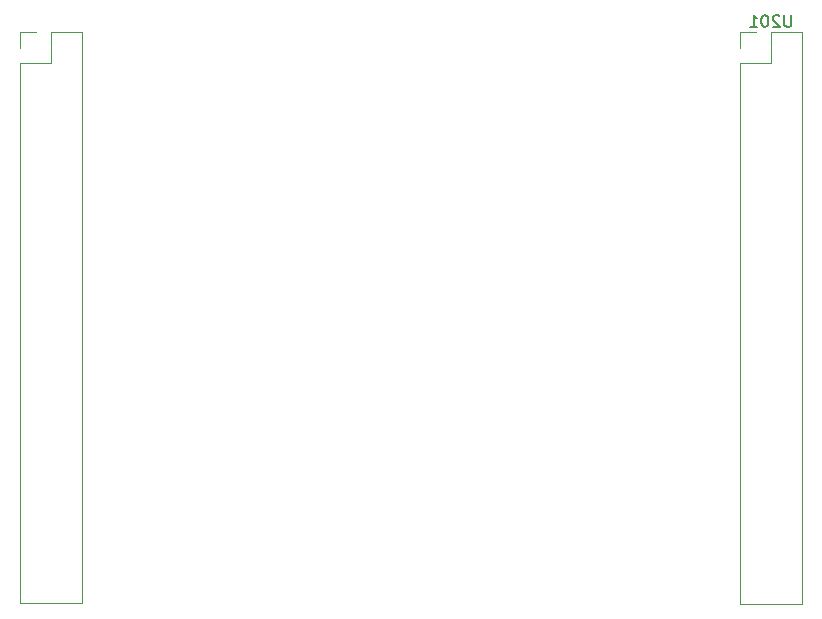
<source format=gbr>
%TF.GenerationSoftware,KiCad,Pcbnew,7.0.5-7.0.5~ubuntu22.04.1*%
%TF.CreationDate,2023-07-17T10:47:06+02:00*%
%TF.ProjectId,audio_iface,61756469-6f5f-4696-9661-63652e6b6963,rev?*%
%TF.SameCoordinates,Original*%
%TF.FileFunction,Legend,Bot*%
%TF.FilePolarity,Positive*%
%FSLAX46Y46*%
G04 Gerber Fmt 4.6, Leading zero omitted, Abs format (unit mm)*
G04 Created by KiCad (PCBNEW 7.0.5-7.0.5~ubuntu22.04.1) date 2023-07-17 10:47:06*
%MOMM*%
%LPD*%
G01*
G04 APERTURE LIST*
%ADD10C,0.150000*%
%ADD11C,0.120000*%
G04 APERTURE END LIST*
D10*
%TO.C,U201*%
X82194285Y-44374819D02*
X82194285Y-45184342D01*
X82194285Y-45184342D02*
X82146666Y-45279580D01*
X82146666Y-45279580D02*
X82099047Y-45327200D01*
X82099047Y-45327200D02*
X82003809Y-45374819D01*
X82003809Y-45374819D02*
X81813333Y-45374819D01*
X81813333Y-45374819D02*
X81718095Y-45327200D01*
X81718095Y-45327200D02*
X81670476Y-45279580D01*
X81670476Y-45279580D02*
X81622857Y-45184342D01*
X81622857Y-45184342D02*
X81622857Y-44374819D01*
X81194285Y-44470057D02*
X81146666Y-44422438D01*
X81146666Y-44422438D02*
X81051428Y-44374819D01*
X81051428Y-44374819D02*
X80813333Y-44374819D01*
X80813333Y-44374819D02*
X80718095Y-44422438D01*
X80718095Y-44422438D02*
X80670476Y-44470057D01*
X80670476Y-44470057D02*
X80622857Y-44565295D01*
X80622857Y-44565295D02*
X80622857Y-44660533D01*
X80622857Y-44660533D02*
X80670476Y-44803390D01*
X80670476Y-44803390D02*
X81241904Y-45374819D01*
X81241904Y-45374819D02*
X80622857Y-45374819D01*
X80003809Y-44374819D02*
X79908571Y-44374819D01*
X79908571Y-44374819D02*
X79813333Y-44422438D01*
X79813333Y-44422438D02*
X79765714Y-44470057D01*
X79765714Y-44470057D02*
X79718095Y-44565295D01*
X79718095Y-44565295D02*
X79670476Y-44755771D01*
X79670476Y-44755771D02*
X79670476Y-44993866D01*
X79670476Y-44993866D02*
X79718095Y-45184342D01*
X79718095Y-45184342D02*
X79765714Y-45279580D01*
X79765714Y-45279580D02*
X79813333Y-45327200D01*
X79813333Y-45327200D02*
X79908571Y-45374819D01*
X79908571Y-45374819D02*
X80003809Y-45374819D01*
X80003809Y-45374819D02*
X80099047Y-45327200D01*
X80099047Y-45327200D02*
X80146666Y-45279580D01*
X80146666Y-45279580D02*
X80194285Y-45184342D01*
X80194285Y-45184342D02*
X80241904Y-44993866D01*
X80241904Y-44993866D02*
X80241904Y-44755771D01*
X80241904Y-44755771D02*
X80194285Y-44565295D01*
X80194285Y-44565295D02*
X80146666Y-44470057D01*
X80146666Y-44470057D02*
X80099047Y-44422438D01*
X80099047Y-44422438D02*
X80003809Y-44374819D01*
X78718095Y-45374819D02*
X79289523Y-45374819D01*
X79003809Y-45374819D02*
X79003809Y-44374819D01*
X79003809Y-44374819D02*
X79099047Y-44517676D01*
X79099047Y-44517676D02*
X79194285Y-44612914D01*
X79194285Y-44612914D02*
X79289523Y-44660533D01*
D11*
X16920000Y-45810000D02*
X16920000Y-47140000D01*
X16920000Y-48410000D02*
X16920000Y-94190000D01*
X18250000Y-45810000D02*
X16920000Y-45810000D01*
X19520000Y-45810000D02*
X19520000Y-48410000D01*
X19520000Y-48410000D02*
X16920000Y-48410000D01*
X22120000Y-45810000D02*
X19520000Y-45810000D01*
X22120000Y-45810000D02*
X22120000Y-94190000D01*
X22120000Y-94190000D02*
X16920000Y-94190000D01*
X77880000Y-45820000D02*
X77880000Y-47150000D01*
X77880000Y-48420000D02*
X77880000Y-94200000D01*
X79210000Y-45820000D02*
X77880000Y-45820000D01*
X80480000Y-45820000D02*
X80480000Y-48420000D01*
X80480000Y-48420000D02*
X77880000Y-48420000D01*
X83080000Y-45820000D02*
X80480000Y-45820000D01*
X83080000Y-45820000D02*
X83080000Y-94200000D01*
X83080000Y-94200000D02*
X77880000Y-94200000D01*
%TD*%
M02*

</source>
